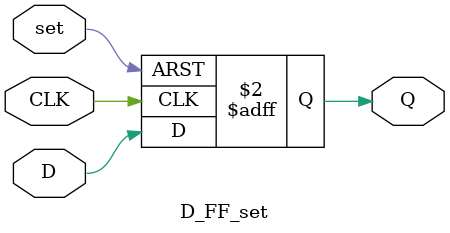
<source format=v>
module D_FF_set(D, set, CLK, Q);

parameter WIDTH = 1;
input set, CLK; 
input [WIDTH-1: 0] D;
output reg [WIDTH-1: 0] Q;

always @(posedge CLK, posedge set) begin
    
    if(set)begin
        Q <= 1; 
    end
    else begin
        Q <= D;
    end

end

endmodule
</source>
